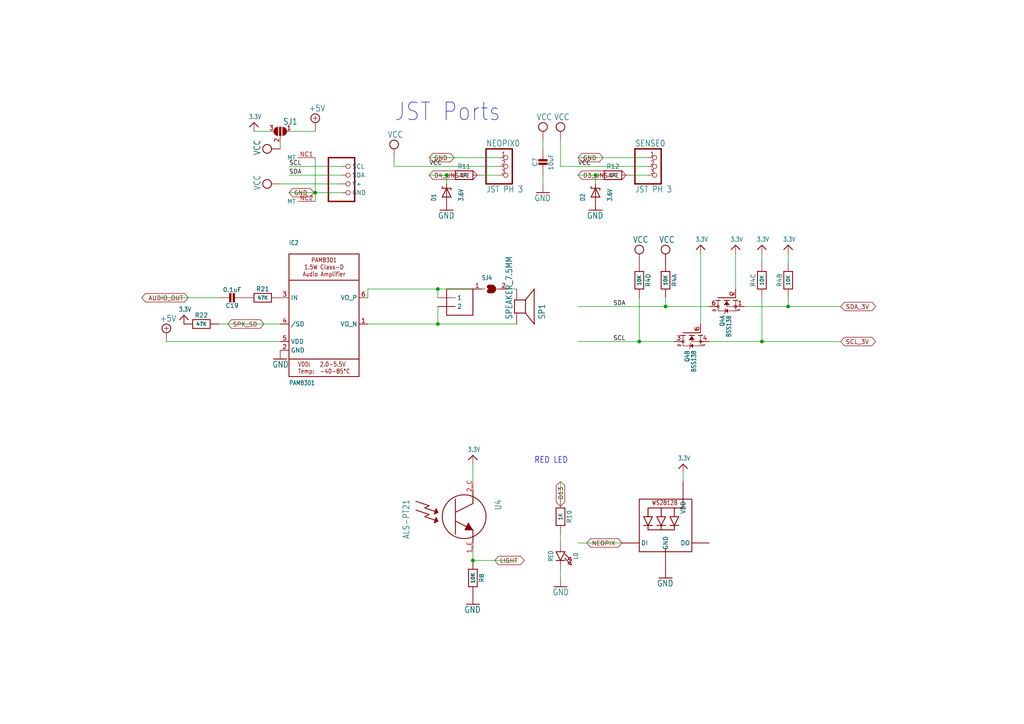
<source format=kicad_sch>
(kicad_sch (version 20230121) (generator eeschema)
  (paper "A4")
  (lib_symbols
    (symbol "working-eagle-import:+5V" (power)
      (property "Value" "+5V" (at -1.905 3.175 0))
      (symbol "+5V_1_0"
        (polyline (pts (xy -0.635 1.27) (xy 0.635 1.27)) (stroke (width 0.1524)))
        (polyline (pts (xy 0 0.635) (xy 0 1.905)) (stroke (width 0.1524)))
        (circle (center 0 1.27) (radius 1.27) (stroke (width 0.254)))
        (pin power_in line (at 0 -2.54 90) (length 2.54) (name "+5V") (number "1"))
      )
    )
    (symbol "working-eagle-import:3.3V" (power)
      (property "Value" "3.3V" (at -1.524 1.016 0))
      (symbol "3.3V_1_0"
        (polyline (pts (xy -1.27 -1.27) (xy 0 0)) (stroke (width 0.254)))
        (polyline (pts (xy 0 0) (xy 1.27 -1.27)) (stroke (width 0.254)))
        (pin power_in line (at 0 -2.54 90) (length 2.54) (name "3.3V") (number "1"))
      )
    )
    (symbol "working-eagle-import:CAP_CERAMIC0603_NO"
      (property "Reference" "C" (at -2.29 1.25 90))
      (symbol "CAP_CERAMIC0603_NO_1_0"
        (rectangle (start -1.27 0.508) (end 1.27 1.016) (fill (type outline)))
        (rectangle (start -1.27 1.524) (end 1.27 2.032) (fill (type outline)))
        (polyline (pts (xy 0 0.762) (xy 0 0)) (stroke (width 0.1524)))
        (polyline (pts (xy 0 2.54) (xy 0 1.778)) (stroke (width 0.1524)))
        (pin passive line (at 0 5.08 270) (length 2.54) (name "1") (number "1"))
        (pin passive line (at 0 -2.54 90) (length 2.54) (name "2") (number "2"))
      )
    )
    (symbol "working-eagle-import:CAP_CERAMIC0805-NOOUTLINE"
      (property "Reference" "C" (at -2.29 1.25 90))
      (symbol "CAP_CERAMIC0805-NOOUTLINE_1_0"
        (rectangle (start -1.27 0.508) (end 1.27 1.016) (fill (type outline)))
        (rectangle (start -1.27 1.524) (end 1.27 2.032) (fill (type outline)))
        (polyline (pts (xy 0 0.762) (xy 0 0)) (stroke (width 0.1524)))
        (polyline (pts (xy 0 2.54) (xy 0 1.778)) (stroke (width 0.1524)))
        (pin passive line (at 0 5.08 270) (length 2.54) (name "1") (number "1"))
        (pin passive line (at 0 -2.54 90) (length 2.54) (name "2") (number "2"))
      )
    )
    (symbol "working-eagle-import:CON_JST_PH_3PIN"
      (property "Reference" "X" (at -6.35 5.715 0))
      (symbol "CON_JST_PH_3PIN_1_0"
        (polyline (pts (xy -6.35 -5.08) (xy 1.27 -5.08)) (stroke (width 0.4064)))
        (polyline (pts (xy -6.35 5.08) (xy -6.35 -5.08)) (stroke (width 0.4064)))
        (polyline (pts (xy 1.27 -5.08) (xy 1.27 5.08)) (stroke (width 0.4064)))
        (polyline (pts (xy 1.27 5.08) (xy -6.35 5.08)) (stroke (width 0.4064)))
        (pin passive inverted (at -2.54 2.54 0) (length 2.54) (name "1") (number "1"))
        (pin passive inverted (at -2.54 0 0) (length 2.54) (name "2") (number "2"))
        (pin passive inverted (at -2.54 -2.54 0) (length 2.54) (name "3") (number "3"))
      )
    )
    (symbol "working-eagle-import:CON_MOLEX_2P"
      (symbol "CON_MOLEX_2P_1_0"
        (polyline (pts (xy -2.54 -2.54) (xy 5.08 -2.54)) (stroke (width 0.254)))
        (polyline (pts (xy -2.54 5.08) (xy -2.54 -2.54)) (stroke (width 0.254)))
        (polyline (pts (xy 5.08 -2.54) (xy 5.08 5.08)) (stroke (width 0.254)))
        (polyline (pts (xy 5.08 5.08) (xy -2.54 5.08)) (stroke (width 0.254)))
        (pin passive line (at -5.08 2.54 0) (length 5.08) (name "1") (number "1"))
        (pin passive line (at -5.08 0 0) (length 5.08) (name "2") (number "2"))
      )
      (symbol "CON_MOLEX_2P_2_0"
        (pin bidirectional line (at 0 0 0) (length 5.08) (name "MT") (number "M1"))
      )
      (symbol "CON_MOLEX_2P_3_0"
        (pin bidirectional line (at 0 0 0) (length 5.08) (name "MT") (number "M2"))
      )
    )
    (symbol "working-eagle-import:DIODE-ZENERSOD323"
      (property "Reference" "D" (at -2.54 3.0226 0))
      (symbol "DIODE-ZENERSOD323_1_0"
        (polyline (pts (xy -1.27 -1.27) (xy 1.27 0)) (stroke (width 0.254)))
        (polyline (pts (xy -1.27 1.27) (xy -1.27 -1.27)) (stroke (width 0.254)))
        (polyline (pts (xy 1.27 -1.27) (xy 0.762 -1.27)) (stroke (width 0.254)))
        (polyline (pts (xy 1.27 0) (xy -1.27 1.27)) (stroke (width 0.254)))
        (polyline (pts (xy 1.27 0) (xy 1.27 -1.27)) (stroke (width 0.254)))
        (polyline (pts (xy 1.27 1.27) (xy 1.27 0)) (stroke (width 0.254)))
        (polyline (pts (xy 1.27 1.27) (xy 1.778 1.27)) (stroke (width 0.254)))
        (pin passive line (at -2.54 0 0) (length 2.54) (name "A") (number "A"))
        (pin passive line (at 2.54 0 180) (length 2.54) (name "C") (number "C"))
      )
    )
    (symbol "working-eagle-import:LED0805_NOOUTLINE"
      (property "Reference" "D" (at -1.27 4.445 0))
      (symbol "LED0805_NOOUTLINE_1_0"
        (polyline (pts (xy -2.54 -1.27) (xy 0 0)) (stroke (width 0.254)))
        (polyline (pts (xy -2.54 1.27) (xy -2.54 -1.27)) (stroke (width 0.254)))
        (polyline (pts (xy -1.905 1.27) (xy -0.635 2.54)) (stroke (width 0.254)))
        (polyline (pts (xy -0.9525 2.8575) (xy -0.3175 2.2225)) (stroke (width 0.254)))
        (polyline (pts (xy -0.635 1.27) (xy 0.635 2.54)) (stroke (width 0.254)))
        (polyline (pts (xy -0.3175 2.2225) (xy 0 3.175)) (stroke (width 0.254)))
        (polyline (pts (xy 0 0) (xy -2.54 1.27)) (stroke (width 0.254)))
        (polyline (pts (xy 0 0) (xy 0 -1.27)) (stroke (width 0.254)))
        (polyline (pts (xy 0 1.27) (xy 0 0)) (stroke (width 0.254)))
        (polyline (pts (xy 0 3.175) (xy -0.9525 2.8575)) (stroke (width 0.254)))
        (polyline (pts (xy 0.3175 2.8575) (xy 0.9525 2.2225)) (stroke (width 0.254)))
        (polyline (pts (xy 0.9525 2.2225) (xy 1.27 3.175)) (stroke (width 0.254)))
        (polyline (pts (xy 1.27 3.175) (xy 0.3175 2.8575)) (stroke (width 0.254)))
        (pin passive line (at -5.08 0 0) (length 2.54) (name "A") (number "A"))
        (pin passive line (at 2.54 0 180) (length 2.54) (name "C") (number "C"))
      )
    )
    (symbol "working-eagle-import:MOSFET-N_DUAL"
      (property "Reference" "Q" (at 5.08 0.635 0))
      (symbol "MOSFET-N_DUAL_1_0"
        (polyline (pts (xy 0 2.54) (xy 0 -2.54)) (stroke (width 0.254)))
        (polyline (pts (xy 0.762 -2.54) (xy 0.762 -3.175)) (stroke (width 0.254)))
        (polyline (pts (xy 0.762 -1.905) (xy 0.762 -2.54)) (stroke (width 0.254)))
        (polyline (pts (xy 0.762 0) (xy 0.762 -0.762)) (stroke (width 0.254)))
        (polyline (pts (xy 0.762 0) (xy 2.54 0)) (stroke (width 0.1524)))
        (polyline (pts (xy 0.762 0.762) (xy 0.762 0)) (stroke (width 0.254)))
        (polyline (pts (xy 0.762 2.54) (xy 0.762 1.905)) (stroke (width 0.254)))
        (polyline (pts (xy 0.762 2.54) (xy 3.81 2.54)) (stroke (width 0.1524)))
        (polyline (pts (xy 0.762 3.175) (xy 0.762 2.54)) (stroke (width 0.254)))
        (polyline (pts (xy 2.54 -2.54) (xy 0.762 -2.54)) (stroke (width 0.1524)))
        (polyline (pts (xy 2.54 -2.54) (xy 3.81 -2.54)) (stroke (width 0.1524)))
        (polyline (pts (xy 2.54 0) (xy 2.54 -2.54)) (stroke (width 0.1524)))
        (polyline (pts (xy 3.302 0.508) (xy 3.048 0.254)) (stroke (width 0.1524)))
        (polyline (pts (xy 3.81 0.508) (xy 3.302 0.508)) (stroke (width 0.1524)))
        (polyline (pts (xy 3.81 0.508) (xy 3.81 -2.54)) (stroke (width 0.1524)))
        (polyline (pts (xy 3.81 2.54) (xy 3.81 0.508)) (stroke (width 0.1524)))
        (polyline (pts (xy 4.318 0.508) (xy 3.81 0.508)) (stroke (width 0.1524)))
        (polyline (pts (xy 4.572 0.762) (xy 4.318 0.508)) (stroke (width 0.1524)))
        (polyline (pts (xy 1.016 0) (xy 2.032 0.762) (xy 2.032 -0.762)) (stroke (width 0.1524)) (fill (type outline)))
        (polyline (pts (xy 3.81 0.508) (xy 3.302 -0.254) (xy 4.318 -0.254)) (stroke (width 0.1524)) (fill (type outline)))
        (circle (center 2.54 -2.54) (radius 0.3592))
        (circle (center 2.54 2.54) (radius 0.3592))
        (text "D" (at 3.175 3.175 0) (effects (font (size 0.8128 0.6908)) (justify left bottom)))
        (text "G" (at -1.27 -1.905 0) (effects (font (size 0.8128 0.6908)) (justify left bottom)))
        (text "S" (at 3.175 -3.81 0) (effects (font (size 0.8128 0.6908)) (justify left bottom)))
        (pin bidirectional line (at 2.54 -5.08 90) (length 2.54) (name "S") (number "1"))
        (pin bidirectional line (at -2.54 -2.54 0) (length 2.54) (name "G") (number "2"))
        (pin bidirectional line (at 2.54 5.08 270) (length 2.54) (name "D") (number "6"))
      )
      (symbol "MOSFET-N_DUAL_2_0"
        (polyline (pts (xy 0 2.54) (xy 0 -2.54)) (stroke (width 0.254)))
        (polyline (pts (xy 0.762 -2.54) (xy 0.762 -3.175)) (stroke (width 0.254)))
        (polyline (pts (xy 0.762 -1.905) (xy 0.762 -2.54)) (stroke (width 0.254)))
        (polyline (pts (xy 0.762 0) (xy 0.762 -0.762)) (stroke (width 0.254)))
        (polyline (pts (xy 0.762 0) (xy 2.54 0)) (stroke (width 0.1524)))
        (polyline (pts (xy 0.762 0.762) (xy 0.762 0)) (stroke (width 0.254)))
        (polyline (pts (xy 0.762 2.54) (xy 0.762 1.905)) (stroke (width 0.254)))
        (polyline (pts (xy 0.762 2.54) (xy 3.81 2.54)) (stroke (width 0.1524)))
        (polyline (pts (xy 0.762 3.175) (xy 0.762 2.54)) (stroke (width 0.254)))
        (polyline (pts (xy 2.54 -2.54) (xy 0.762 -2.54)) (stroke (width 0.1524)))
        (polyline (pts (xy 2.54 -2.54) (xy 3.81 -2.54)) (stroke (width 0.1524)))
        (polyline (pts (xy 2.54 0) (xy 2.54 -2.54)) (stroke (width 0.1524)))
        (polyline (pts (xy 3.302 0.508) (xy 3.048 0.254)) (stroke (width 0.1524)))
        (polyline (pts (xy 3.81 0.508) (xy 3.302 0.508)) (stroke (width 0.1524)))
        (polyline (pts (xy 3.81 0.508) (xy 3.81 -2.54)) (stroke (width 0.1524)))
        (polyline (pts (xy 3.81 2.54) (xy 3.81 0.508)) (stroke (width 0.1524)))
        (polyline (pts (xy 4.318 0.508) (xy 3.81 0.508)) (stroke (width 0.1524)))
        (polyline (pts (xy 4.572 0.762) (xy 4.318 0.508)) (stroke (width 0.1524)))
        (polyline (pts (xy 1.016 0) (xy 2.032 0.762) (xy 2.032 -0.762)) (stroke (width 0.1524)) (fill (type outline)))
        (polyline (pts (xy 3.81 0.508) (xy 3.302 -0.254) (xy 4.318 -0.254)) (stroke (width 0.1524)) (fill (type outline)))
        (circle (center 2.54 -2.54) (radius 0.3592))
        (circle (center 2.54 2.54) (radius 0.3592))
        (text "D" (at 3.175 3.175 0) (effects (font (size 0.8128 0.6908)) (justify left bottom)))
        (text "G" (at -1.27 -1.905 0) (effects (font (size 0.8128 0.6908)) (justify left bottom)))
        (text "S" (at 3.175 -3.81 0) (effects (font (size 0.8128 0.6908)) (justify left bottom)))
        (pin bidirectional line (at 2.54 5.08 270) (length 2.54) (name "D") (number "3"))
        (pin bidirectional line (at 2.54 -5.08 90) (length 2.54) (name "S") (number "4"))
        (pin bidirectional line (at -2.54 -2.54 0) (length 2.54) (name "G") (number "5"))
      )
    )
    (symbol "working-eagle-import:PAM8301"
      (property "Reference" "IC" (at -10.16 17.78 0))
      (symbol "PAM8301_1_0"
        (polyline (pts (xy -10.16 -20.32) (xy 10.16 -20.32)) (stroke (width 0.254)))
        (polyline (pts (xy -10.16 -15.24) (xy -10.16 -20.32)) (stroke (width 0.254)))
        (polyline (pts (xy -10.16 -15.24) (xy -10.16 7.62)) (stroke (width 0.254)))
        (polyline (pts (xy -10.16 7.62) (xy -10.16 15.24)) (stroke (width 0.254)))
        (polyline (pts (xy -10.16 7.62) (xy 10.16 7.62)) (stroke (width 0.254)))
        (polyline (pts (xy -10.16 15.24) (xy 10.16 15.24)) (stroke (width 0.254)))
        (polyline (pts (xy 10.16 -20.32) (xy 10.16 -15.24)) (stroke (width 0.254)))
        (polyline (pts (xy 10.16 -15.24) (xy -10.16 -15.24)) (stroke (width 0.254)))
        (polyline (pts (xy 10.16 7.62) (xy 10.16 -15.24)) (stroke (width 0.254)))
        (polyline (pts (xy 10.16 15.24) (xy 10.16 7.62)) (stroke (width 0.254)))
        (text "2.0-5.5V\n-40-85°C" (at -1.27 -17.78 0) (effects (font (size 1.27 1.0795)) (justify left)))
        (text "PAM8301\n1.5W Class-D\nAudio Amplifier" (at 0 11.43 0) (effects (font (size 1.27 1.0795))))
        (text "VDD:\nTemp:" (at -7.62 -17.78 0) (effects (font (size 1.27 1.0795)) (justify left)))
        (pin output line (at 12.7 -5.08 180) (length 2.54) (name "VO_N") (number "1"))
        (pin power_in line (at -12.7 -12.7 0) (length 2.54) (name "GND") (number "2"))
        (pin input line (at -12.7 2.54 0) (length 2.54) (name "IN") (number "3"))
        (pin input line (at -12.7 -5.08 0) (length 2.54) (name "/SD") (number "4"))
        (pin power_in line (at -12.7 -10.16 0) (length 2.54) (name "VDD") (number "5"))
        (pin output line (at 12.7 2.54 180) (length 2.54) (name "VO_P") (number "6"))
      )
    )
    (symbol "working-eagle-import:PHOTOTRANSISTOR_PT26-21C"
      (property "Reference" "U" (at 8.89 5.08 90))
      (symbol "PHOTOTRANSISTOR_PT26-21C_1_0"
        (polyline (pts (xy -13.97 1.905) (xy -10.16 0.635)) (stroke (width 0.254)))
        (polyline (pts (xy -13.97 4.445) (xy -10.16 3.175)) (stroke (width 0.254)))
        (polyline (pts (xy -11.43 0) (xy -7.62 -1.27)) (stroke (width 0.254)))
        (polyline (pts (xy -11.43 2.54) (xy -7.62 1.27)) (stroke (width 0.254)))
        (polyline (pts (xy -10.16 0.635) (xy -11.43 0)) (stroke (width 0.254)))
        (polyline (pts (xy -10.16 3.175) (xy -11.43 2.54)) (stroke (width 0.254)))
        (polyline (pts (xy -8.636 -1.778) (xy -8.128 -0.254)) (stroke (width 0.254)))
        (polyline (pts (xy -8.636 -1.778) (xy -7.874 -1.27)) (stroke (width 0.254)))
        (polyline (pts (xy -8.636 0.762) (xy -7.62 1.27)) (stroke (width 0.254)))
        (polyline (pts (xy -8.382 -1.524) (xy -8.128 -1.27)) (stroke (width 0.254)))
        (polyline (pts (xy -8.382 -1.27) (xy -8.128 -0.508)) (stroke (width 0.254)))
        (polyline (pts (xy -8.382 1.016) (xy -8.382 1.27)) (stroke (width 0.254)))
        (polyline (pts (xy -8.382 1.27) (xy -8.128 1.27)) (stroke (width 0.254)))
        (polyline (pts (xy -8.128 -1.27) (xy -8.382 -1.27)) (stroke (width 0.254)))
        (polyline (pts (xy -8.128 -1.016) (xy -7.874 -1.016)) (stroke (width 0.254)))
        (polyline (pts (xy -8.128 -0.762) (xy -8.128 -1.016)) (stroke (width 0.254)))
        (polyline (pts (xy -8.128 -0.508) (xy -8.128 -0.762)) (stroke (width 0.254)))
        (polyline (pts (xy -8.128 -0.254) (xy -7.62 -1.27)) (stroke (width 0.254)))
        (polyline (pts (xy -8.128 1.27) (xy -7.874 1.27)) (stroke (width 0.254)))
        (polyline (pts (xy -8.128 1.524) (xy -8.128 1.27)) (stroke (width 0.254)))
        (polyline (pts (xy -8.128 1.524) (xy -7.874 1.524)) (stroke (width 0.254)))
        (polyline (pts (xy -8.128 1.778) (xy -8.128 1.524)) (stroke (width 0.254)))
        (polyline (pts (xy -8.128 2.286) (xy -8.636 0.762)) (stroke (width 0.254)))
        (polyline (pts (xy -8.128 2.286) (xy -8.128 1.778)) (stroke (width 0.254)))
        (polyline (pts (xy -7.874 -1.27) (xy -8.382 -1.524)) (stroke (width 0.254)))
        (polyline (pts (xy -7.874 -1.016) (xy -8.128 -0.762)) (stroke (width 0.254)))
        (polyline (pts (xy -7.874 1.27) (xy -8.382 1.016)) (stroke (width 0.254)))
        (polyline (pts (xy -7.874 1.524) (xy -8.128 1.778)) (stroke (width 0.254)))
        (polyline (pts (xy -7.62 -1.27) (xy -8.636 -1.778)) (stroke (width 0.254)))
        (polyline (pts (xy -7.62 1.27) (xy -8.128 2.286)) (stroke (width 0.254)))
        (polyline (pts (xy -2.54 -1.27) (xy -2.54 -5.08)) (stroke (width 0.254)))
        (polyline (pts (xy -2.54 -1.27) (xy 2.54 -3.81)) (stroke (width 0.254)))
        (polyline (pts (xy -2.54 1.27) (xy -2.54 -1.27)) (stroke (width 0.254)))
        (polyline (pts (xy -2.54 5.08) (xy -2.54 1.27)) (stroke (width 0.254)))
        (polyline (pts (xy 2.54 -3.81) (xy 2.54 -7.62)) (stroke (width 0.254)))
        (polyline (pts (xy 2.54 3.81) (xy -2.54 1.27)) (stroke (width 0.254)))
        (polyline (pts (xy 2.54 7.62) (xy 2.54 3.81)) (stroke (width 0.254)))
        (polyline (pts (xy 1.27 -1.778) (xy 0.254 -3.81) (xy 2.54 -3.81)) (stroke (width 0.254)) (fill (type outline)))
        (circle (center 0 0) (radius 6.35) (stroke (width 0.254)))
        (pin bidirectional line (at 2.54 -10.16 90) (length 2.54) (name "E") (number "1_E"))
        (pin bidirectional line (at 2.54 10.16 270) (length 2.54) (name "C") (number "2_C"))
      )
    )
    (symbol "working-eagle-import:RESISTOR_0603_NOOUT"
      (property "Reference" "R" (at 0 2.54 0))
      (symbol "RESISTOR_0603_NOOUT_1_0"
        (polyline (pts (xy -2.54 -1.27) (xy -2.54 1.27)) (stroke (width 0.254)))
        (polyline (pts (xy -2.54 1.27) (xy 2.54 1.27)) (stroke (width 0.254)))
        (polyline (pts (xy 2.54 -1.27) (xy -2.54 -1.27)) (stroke (width 0.254)))
        (polyline (pts (xy 2.54 1.27) (xy 2.54 -1.27)) (stroke (width 0.254)))
        (pin passive line (at -5.08 0 0) (length 2.54) (name "1") (number "1"))
        (pin passive line (at 5.08 0 180) (length 2.54) (name "2") (number "2"))
      )
    )
    (symbol "working-eagle-import:RESISTOR_4PACK"
      (property "Reference" "R" (at 0 2.54 0))
      (symbol "RESISTOR_4PACK_1_0"
        (polyline (pts (xy -2.54 -1.27) (xy -2.54 1.27)) (stroke (width 0.254)))
        (polyline (pts (xy -2.54 1.27) (xy 2.54 1.27)) (stroke (width 0.254)))
        (polyline (pts (xy 2.54 -1.27) (xy -2.54 -1.27)) (stroke (width 0.254)))
        (polyline (pts (xy 2.54 1.27) (xy 2.54 -1.27)) (stroke (width 0.254)))
        (pin passive line (at -5.08 0 0) (length 2.54) (name "1") (number "1"))
        (pin passive line (at 5.08 0 180) (length 2.54) (name "2") (number "8"))
      )
      (symbol "RESISTOR_4PACK_2_0"
        (polyline (pts (xy -2.54 -1.27) (xy -2.54 1.27)) (stroke (width 0.254)))
        (polyline (pts (xy -2.54 1.27) (xy 2.54 1.27)) (stroke (width 0.254)))
        (polyline (pts (xy 2.54 -1.27) (xy -2.54 -1.27)) (stroke (width 0.254)))
        (polyline (pts (xy 2.54 1.27) (xy 2.54 -1.27)) (stroke (width 0.254)))
        (pin passive line (at -5.08 0 0) (length 2.54) (name "1") (number "2"))
        (pin passive line (at 5.08 0 180) (length 2.54) (name "2") (number "7"))
      )
      (symbol "RESISTOR_4PACK_3_0"
        (polyline (pts (xy -2.54 -1.27) (xy -2.54 1.27)) (stroke (width 0.254)))
        (polyline (pts (xy -2.54 1.27) (xy 2.54 1.27)) (stroke (width 0.254)))
        (polyline (pts (xy 2.54 -1.27) (xy -2.54 -1.27)) (stroke (width 0.254)))
        (polyline (pts (xy 2.54 1.27) (xy 2.54 -1.27)) (stroke (width 0.254)))
        (pin passive line (at -5.08 0 0) (length 2.54) (name "1") (number "3"))
        (pin passive line (at 5.08 0 180) (length 2.54) (name "2") (number "6"))
      )
      (symbol "RESISTOR_4PACK_4_0"
        (polyline (pts (xy -2.54 -1.27) (xy -2.54 1.27)) (stroke (width 0.254)))
        (polyline (pts (xy -2.54 1.27) (xy 2.54 1.27)) (stroke (width 0.254)))
        (polyline (pts (xy 2.54 -1.27) (xy -2.54 -1.27)) (stroke (width 0.254)))
        (polyline (pts (xy 2.54 1.27) (xy 2.54 -1.27)) (stroke (width 0.254)))
        (pin passive line (at -5.08 0 0) (length 2.54) (name "1") (number "4"))
        (pin passive line (at 5.08 0 180) (length 2.54) (name "2") (number "5"))
      )
    )
    (symbol "working-eagle-import:SOLDERJUMPERCLOSED"
      (property "Reference" "SJ" (at -2.54 2.54 0))
      (symbol "SOLDERJUMPERCLOSED_1_0"
        (arc (start -0.381 -0.635) (mid 0.2541 -0.0001) (end -0.3808 0.635) (stroke (width 1.27)))
        (polyline (pts (xy -2.54 0) (xy -1.651 0)) (stroke (width 0.1524)))
        (polyline (pts (xy 2.54 0) (xy 1.651 0)) (stroke (width 0.1524)))
        (arc (start 0.3808 -0.635) (mid 1.0132 -0.0001) (end 0.381 0.635) (stroke (width 1.27)))
        (pin passive line (at -5.08 0 0) (length 2.54) (name "1") (number "1"))
        (pin passive line (at 5.08 0 180) (length 2.54) (name "2") (number "2"))
      )
    )
    (symbol "working-eagle-import:SOLDERJUMPER_2WAY"
      (property "Reference" "SJ" (at -5.08 -3.81 0))
      (symbol "SOLDERJUMPER_2WAY_1_0"
        (arc (start -0.635 1.27) (mid -1.8995 0) (end -0.635 -1.27) (stroke (width 0.0001)) (fill (type outline)))
        (rectangle (start -0.254 -1.27) (end 0.254 1.27) (fill (type outline)))
        (polyline (pts (xy -2.54 0) (xy -1.651 0)) (stroke (width 0.1524)))
        (polyline (pts (xy 0 2.54) (xy 0 0.381)) (stroke (width 0.1524)))
        (polyline (pts (xy 2.54 0) (xy 1.651 0)) (stroke (width 0.1524)))
        (arc (start 0.635 -1.27) (mid 1.8995 0) (end 0.635 1.27) (stroke (width 0.0001)) (fill (type outline)))
        (pin passive line (at -2.54 0 0) (length 0) (name "1") (number "1"))
        (pin passive line (at 0 2.54 270) (length 0) (name "2") (number "2"))
        (pin passive line (at 2.54 0 180) (length 0) (name "3") (number "3"))
      )
    )
    (symbol "working-eagle-import:SPEAKER_7.5MM"
      (property "Reference" "SP" (at -3.81 6.35 0))
      (symbol "SPEAKER_7.5MM_1_0"
        (polyline (pts (xy -2.54 0) (xy -1.905 0)) (stroke (width 0.1524)))
        (polyline (pts (xy -1.905 -0.635) (xy -1.905 0)) (stroke (width 0.254)))
        (polyline (pts (xy -1.905 -0.635) (xy 1.905 -0.635)) (stroke (width 0.254)))
        (polyline (pts (xy -1.905 0) (xy -1.905 2.54)) (stroke (width 0.254)))
        (polyline (pts (xy -1.905 2.54) (xy -5.08 5.08)) (stroke (width 0.254)))
        (polyline (pts (xy 1.905 -0.635) (xy 1.905 0)) (stroke (width 0.254)))
        (polyline (pts (xy 1.905 0) (xy 1.905 2.54)) (stroke (width 0.254)))
        (polyline (pts (xy 1.905 2.54) (xy -1.905 2.54)) (stroke (width 0.254)))
        (polyline (pts (xy 1.905 2.54) (xy 5.08 5.08)) (stroke (width 0.254)))
        (polyline (pts (xy 2.54 0) (xy 1.905 0)) (stroke (width 0.1524)))
        (polyline (pts (xy 5.08 5.08) (xy -5.08 5.08)) (stroke (width 0.254)))
        (pin passive line (at -5.08 0 0) (length 2.54) (name "+") (number "+"))
        (pin passive line (at 5.08 0 180) (length 2.54) (name "-") (number "-"))
      )
    )
    (symbol "working-eagle-import:STEMMA_I2C_RASMT"
      (symbol "STEMMA_I2C_RASMT_1_0"
        (polyline (pts (xy -3.81 -5.08) (xy 3.81 -5.08)) (stroke (width 0.4064)))
        (polyline (pts (xy -3.81 7.62) (xy -3.81 -5.08)) (stroke (width 0.4064)))
        (polyline (pts (xy 3.81 -5.08) (xy 3.81 7.62)) (stroke (width 0.4064)))
        (polyline (pts (xy 3.81 7.62) (xy -3.81 7.62)) (stroke (width 0.4064)))
        (pin passive inverted (at 0 5.08 0) (length 2.54) (name "GND") (number "1"))
        (pin passive inverted (at 0 2.54 0) (length 2.54) (name "V+") (number "2"))
        (pin passive inverted (at 0 0 0) (length 2.54) (name "SDA") (number "3"))
        (pin passive inverted (at 0 -2.54 0) (length 2.54) (name "SCL") (number "4"))
      )
      (symbol "STEMMA_I2C_RASMT_2_0"
        (pin bidirectional line (at 0 0 0) (length 5.08) (name "MT") (number "NC1"))
      )
      (symbol "STEMMA_I2C_RASMT_3_0"
        (pin bidirectional line (at 0 0 0) (length 5.08) (name "MT") (number "NC2"))
      )
    )
    (symbol "working-eagle-import:VCC" (power)
      (property "Value" "VCC" (at -1.905 3.175 0))
      (symbol "VCC_1_0"
        (circle (center 0 1.27) (radius 1.27) (stroke (width 0.254)))
        (pin power_in line (at 0 -2.54 90) (length 2.54) (name "VCC") (number "1"))
      )
    )
    (symbol "working-eagle-import:WS2812B3535"
      (symbol "WS2812B3535_1_0"
        (polyline (pts (xy -7.62 -5.08) (xy 0 -5.08)) (stroke (width 0.254)))
        (polyline (pts (xy -7.62 -2.54) (xy -7.62 -5.08)) (stroke (width 0.254)))
        (polyline (pts (xy -7.62 10.16) (xy -7.62 -2.54)) (stroke (width 0.254)))
        (polyline (pts (xy -6.35 2.54) (xy -5.08 2.54)) (stroke (width 0.254)))
        (polyline (pts (xy -6.35 5.08) (xy -5.08 5.08)) (stroke (width 0.254)))
        (polyline (pts (xy -5.08 2.54) (xy -6.35 5.08)) (stroke (width 0.254)))
        (polyline (pts (xy -5.08 2.54) (xy -5.08 1.27)) (stroke (width 0.254)))
        (polyline (pts (xy -5.08 2.54) (xy -3.81 5.08)) (stroke (width 0.254)))
        (polyline (pts (xy -5.08 5.08) (xy -3.81 5.08)) (stroke (width 0.254)))
        (polyline (pts (xy -5.08 7.62) (xy -5.08 5.08)) (stroke (width 0.254)))
        (polyline (pts (xy -3.81 2.54) (xy -5.08 2.54)) (stroke (width 0.254)))
        (polyline (pts (xy -2.54 2.54) (xy -1.27 2.54)) (stroke (width 0.254)))
        (polyline (pts (xy -2.54 5.08) (xy 0 5.08)) (stroke (width 0.254)))
        (polyline (pts (xy -1.27 1.27) (xy -5.08 1.27)) (stroke (width 0.254)))
        (polyline (pts (xy -1.27 2.54) (xy -2.54 5.08)) (stroke (width 0.254)))
        (polyline (pts (xy -1.27 2.54) (xy -1.27 1.27)) (stroke (width 0.254)))
        (polyline (pts (xy -1.27 2.54) (xy 0 2.54)) (stroke (width 0.254)))
        (polyline (pts (xy -1.27 5.08) (xy -1.27 7.62)) (stroke (width 0.254)))
        (polyline (pts (xy -1.27 7.62) (xy -5.08 7.62)) (stroke (width 0.254)))
        (polyline (pts (xy 0 -5.08) (xy 7.62 -5.08)) (stroke (width 0.254)))
        (polyline (pts (xy 0 -4.064) (xy 0 -5.08)) (stroke (width 0.254)))
        (polyline (pts (xy 0 5.08) (xy -1.27 2.54)) (stroke (width 0.254)))
        (polyline (pts (xy 1.27 5.08) (xy 2.54 2.54)) (stroke (width 0.254)))
        (polyline (pts (xy 1.27 5.08) (xy 2.54 5.08)) (stroke (width 0.254)))
        (polyline (pts (xy 2.54 1.27) (xy -1.27 1.27)) (stroke (width 0.254)))
        (polyline (pts (xy 2.54 2.54) (xy 1.27 2.54)) (stroke (width 0.254)))
        (polyline (pts (xy 2.54 2.54) (xy 2.54 1.27)) (stroke (width 0.254)))
        (polyline (pts (xy 2.54 2.54) (xy 3.81 2.54)) (stroke (width 0.254)))
        (polyline (pts (xy 2.54 2.54) (xy 3.81 5.08)) (stroke (width 0.254)))
        (polyline (pts (xy 2.54 5.08) (xy 2.54 7.62)) (stroke (width 0.254)))
        (polyline (pts (xy 2.54 7.62) (xy -1.27 7.62)) (stroke (width 0.254)))
        (polyline (pts (xy 2.54 7.62) (xy 5.08 7.62)) (stroke (width 0.254)))
        (polyline (pts (xy 3.81 5.08) (xy 2.54 5.08)) (stroke (width 0.254)))
        (polyline (pts (xy 5.08 10.16) (xy -7.62 10.16)) (stroke (width 0.254)))
        (polyline (pts (xy 5.08 10.16) (xy 5.08 7.62)) (stroke (width 0.254)))
        (polyline (pts (xy 7.62 -5.08) (xy 7.62 -2.54)) (stroke (width 0.254)))
        (polyline (pts (xy 7.62 -2.54) (xy 7.62 10.16)) (stroke (width 0.254)))
        (polyline (pts (xy 7.62 10.16) (xy 5.08 10.16)) (stroke (width 0.254)))
        (text "WS2812B" (at -4.064 8.382 0) (effects (font (size 1.27 1.0795)) (justify left bottom)))
        (pin input line (at -12.7 -2.54 0) (length 5.08) (name "DI") (number "1"))
        (pin power_in line (at 5.08 15.24 270) (length 5.08) (name "VDD") (number "2"))
        (pin output line (at 12.7 -2.54 180) (length 5.08) (name "DO") (number "3"))
        (pin power_in line (at 0 -10.16 90) (length 5.08) (name "GND") (number "4"))
      )
    )
    (symbol "working-eagle-import:supply1_GND" (power)
      (property "Value" "supply1_GND" (at -2.54 -2.54 0))
      (symbol "supply1_GND_1_0"
        (polyline (pts (xy -1.905 0) (xy 1.905 0)) (stroke (width 0.254)))
        (pin power_in line (at 0 2.54 270) (length 2.54) (name "GND") (number "1"))
      )
    )
  )
  (junction (at 220.98 99.06))
  (junction (at 129.54 50.8))
  (junction (at 127 83.82))
  (junction (at 172.72 50.8))
  (junction (at 193.04 88.9))
  (junction (at 91.44 55.88))
  (junction (at 137.16 162.56))
  (junction (at 185.42 99.06))
  (junction (at 127 93.98))
  (junction (at 228.6 88.9))
  (wire (pts (xy 220.98 86.36) (xy 220.98 99.06)) (stroke (width 0.1524)))
  (wire (pts (xy 144.78 50.8) (xy 139.7 50.8)) (stroke (width 0.1524)))
  (wire (pts (xy 91.44 45.72) (xy 91.44 55.88)) (stroke (width 0.1524)))
  (wire (pts (xy 162.56 165.1) (xy 162.56 167.64)) (stroke (width 0.1524)))
  (wire (pts (xy 106.68 86.36) (xy 106.68 83.82)) (stroke (width 0.1524)))
  (wire (pts (xy 215.9 88.9) (xy 228.6 88.9)) (stroke (width 0.1524)))
  (wire (pts (xy 129.54 50.8) (xy 129.54 53.34)) (stroke (width 0.1524)))
  (wire (pts (xy 137.16 139.7) (xy 137.16 134.62)) (stroke (width 0.1524)))
  (wire (pts (xy 185.42 99.06) (xy 167.64 99.06)) (stroke (width 0.1524)))
  (wire (pts (xy 147.32 83.82) (xy 149.86 83.82)) (stroke (width 0.1524)))
  (wire (pts (xy 187.96 45.72) (xy 167.64 45.72)) (stroke (width 0.1524)))
  (wire (pts (xy 185.42 86.36) (xy 185.42 99.06)) (stroke (width 0.1524)))
  (wire (pts (xy 220.98 76.2) (xy 220.98 73.66)) (stroke (width 0.1524)))
  (wire (pts (xy 127 93.98) (xy 127 88.9)) (stroke (width 0.1524)))
  (wire (pts (xy 205.74 99.06) (xy 220.98 99.06)) (stroke (width 0.1524)))
  (wire (pts (xy 129.54 50.8) (xy 124.46 50.8)) (stroke (width 0.1524)))
  (wire (pts (xy 162.56 154.94) (xy 162.56 157.48)) (stroke (width 0.1524)))
  (wire (pts (xy 91.44 55.88) (xy 83.82 55.88)) (stroke (width 0.1524)))
  (wire (pts (xy 106.68 83.82) (xy 127 83.82)) (stroke (width 0.1524)))
  (wire (pts (xy 137.16 162.56) (xy 149.86 162.56)) (stroke (width 0.1524)))
  (wire (pts (xy 127 83.82) (xy 137.16 83.82)) (stroke (width 0.1524)))
  (wire (pts (xy 162.56 48.26) (xy 162.56 40.64)) (stroke (width 0.1524)))
  (wire (pts (xy 99.06 50.8) (xy 83.82 50.8)) (stroke (width 0.1524)))
  (wire (pts (xy 114.3 48.26) (xy 114.3 45.72)) (stroke (width 0.1524)))
  (wire (pts (xy 99.06 48.26) (xy 83.82 48.26)) (stroke (width 0.1524)))
  (wire (pts (xy 193.04 86.36) (xy 193.04 88.9)) (stroke (width 0.1524)))
  (wire (pts (xy 99.06 55.88) (xy 91.44 55.88)) (stroke (width 0.1524)))
  (wire (pts (xy 114.3 48.26) (xy 144.78 48.26)) (stroke (width 0.1524)))
  (wire (pts (xy 81.28 43.18) (xy 81.28 40.64)) (stroke (width 0.1524)))
  (wire (pts (xy 91.44 58.42) (xy 91.44 55.88)) (stroke (width 0.1524)))
  (wire (pts (xy 144.78 45.72) (xy 124.46 45.72)) (stroke (width 0.1524)))
  (wire (pts (xy 193.04 88.9) (xy 167.64 88.9)) (stroke (width 0.1524)))
  (wire (pts (xy 127 93.98) (xy 149.86 93.98)) (stroke (width 0.1524)))
  (wire (pts (xy 162.56 48.26) (xy 187.96 48.26)) (stroke (width 0.1524)))
  (wire (pts (xy 137.16 162.56) (xy 137.16 160.02)) (stroke (width 0.1524)))
  (wire (pts (xy 172.72 50.8) (xy 167.64 50.8)) (stroke (width 0.1524)))
  (wire (pts (xy 180.34 157.48) (xy 167.64 157.48)) (stroke (width 0.1524)))
  (wire (pts (xy 187.96 50.8) (xy 182.88 50.8)) (stroke (width 0.1524)))
  (wire (pts (xy 195.58 99.06) (xy 185.42 99.06)) (stroke (width 0.1524)))
  (wire (pts (xy 203.2 93.98) (xy 203.2 73.66)) (stroke (width 0.1524)))
  (wire (pts (xy 83.82 38.1) (xy 91.44 38.1)) (stroke (width 0.1524)))
  (wire (pts (xy 81.28 93.98) (xy 63.5 93.98)) (stroke (width 0.1524)))
  (wire (pts (xy 172.72 53.34) (xy 172.72 50.8)) (stroke (width 0.1524)))
  (wire (pts (xy 157.48 53.34) (xy 157.48 50.8)) (stroke (width 0.1524)))
  (wire (pts (xy 106.68 93.98) (xy 127 93.98)) (stroke (width 0.1524)))
  (wire (pts (xy 228.6 86.36) (xy 228.6 88.9)) (stroke (width 0.1524)))
  (wire (pts (xy 198.12 137.16) (xy 198.12 139.7)) (stroke (width 0.1524)))
  (wire (pts (xy 127 83.82) (xy 127 86.36)) (stroke (width 0.1524)))
  (wire (pts (xy 205.74 88.9) (xy 193.04 88.9)) (stroke (width 0.1524)))
  (wire (pts (xy 81.28 99.06) (xy 48.26 99.06)) (stroke (width 0.1524)))
  (wire (pts (xy 63.5 86.36) (xy 45.72 86.36)) (stroke (width 0.1524)))
  (wire (pts (xy 99.06 53.34) (xy 81.28 53.34)) (stroke (width 0.1524)))
  (wire (pts (xy 162.56 144.78) (xy 162.56 139.7)) (stroke (width 0.1524)))
  (wire (pts (xy 228.6 76.2) (xy 228.6 73.66)) (stroke (width 0.1524)))
  (wire (pts (xy 78.74 38.1) (xy 73.66 38.1)) (stroke (width 0.1524)))
  (wire (pts (xy 213.36 83.82) (xy 213.36 73.66)) (stroke (width 0.1524)))
  (wire (pts (xy 228.6 88.9) (xy 243.84 88.9)) (stroke (width 0.1524)))
  (wire (pts (xy 157.48 43.18) (xy 157.48 40.64)) (stroke (width 0.1524)))
  (wire (pts (xy 220.98 99.06) (xy 243.84 99.06)) (stroke (width 0.1524)))
  (text "JST Ports" (at 114.3 35.56 0) (effects (font (size 5.08 4.318)) (justify left bottom)))
  (text "RED LED" (at 154.94 134.62 0) (effects (font (size 1.778 1.5113)) (justify left bottom)))
  (label "VCC" (at 124.46 48.26 0) (effects (font (size 1.2446 1.2446))))
  (label "SDA" (at 83.82 50.8 0) (effects (font (size 1.2446 1.2446))))
  (label "SCL" (at 83.82 48.26 0) (effects (font (size 1.2446 1.2446))))
  (label "VCC" (at 167.64 48.26 0) (effects (font (size 1.2446 1.2446))))
  (label "SCL" (at 177.8 99.06 0) (effects (font (size 1.2446 1.2446))))
  (label "SDA" (at 177.8 88.9 0) (effects (font (size 1.2446 1.2446))))
  (global_label "D3_UNSAFE" (shape bidirectional) (at 167.64 50.8 0) (effects (font (size 1.2446 1.2446))) (property "Intersheetrefs" "${INTERSHEET_REFS}" (effects hide)))
  (global_label "GND" (shape bidirectional) (at 124.46 45.72 0) (effects (font (size 1.2446 1.2446))) (property "Intersheetrefs" "${INTERSHEET_REFS}" (effects hide)))
  (global_label "D4_UNSAFE" (shape bidirectional) (at 124.46 50.8 0) (effects (font (size 1.2446 1.2446))) (property "Intersheetrefs" "${INTERSHEET_REFS}" (effects hide)))
  (global_label "SDA_3V" (shape bidirectional) (at 243.84 88.9 0) (effects (font (size 1.2446 1.2446))) (property "Intersheetrefs" "${INTERSHEET_REFS}" (effects hide)))
  (global_label "GND" (shape bidirectional) (at 167.64 45.72 0) (effects (font (size 1.2446 1.2446))) (property "Intersheetrefs" "${INTERSHEET_REFS}" (effects hide)))
  (global_label "D13" (shape bidirectional) (at 162.56 139.7 270) (effects (font (size 1.2446 1.2446))) (property "Intersheetrefs" "${INTERSHEET_REFS}" (effects hide)))
  (global_label "AUDIO_OUT" (shape bidirectional) (at 54.61 86.36 180) (effects (font (size 1.2446 1.2446))) (property "Intersheetrefs" "${INTERSHEET_REFS}" (effects hide)))
  (global_label "GND" (shape bidirectional) (at 83.82 55.88 0) (effects (font (size 1.2446 1.2446))) (property "Intersheetrefs" "${INTERSHEET_REFS}" (effects hide)))
  (global_label "LIGHT" (shape bidirectional) (at 143.51 162.56 0) (effects (font (size 1.2446 1.2446))) (property "Intersheetrefs" "${INTERSHEET_REFS}" (effects hide)))
  (global_label "SPK_SD" (shape bidirectional) (at 66.04 93.98 0) (effects (font (size 1.2446 1.2446))) (property "Intersheetrefs" "${INTERSHEET_REFS}" (effects hide)))
  (global_label "SCL_3V" (shape bidirectional) (at 243.84 99.06 0) (effects (font (size 1.2446 1.2446))) (property "Intersheetrefs" "${INTERSHEET_REFS}" (effects hide)))
  (global_label "NEOPIX" (shape bidirectional) (at 170.18 157.48 0) (effects (font (size 1.2446 1.2446))) (property "Intersheetrefs" "${INTERSHEET_REFS}" (effects hide)))
  (symbol (lib_id "working-eagle-import:3.3V") (at 137.16 132.08 0) (unit 1)
    (property "Reference" "#U$35" (effects hide))
    (property "Value" "3.3V" (at 135.636 131.064 0) (effects (font (size 1.27 1.0795)) (justify left bottom)))
  )
  (symbol (lib_id "working-eagle-import:3.3V") (at 53.34 91.44 0) (unit 1)
    (property "Reference" "#U$53" (effects hide))
    (property "Value" "3.3V" (at 51.816 90.424 0) (effects (font (size 1.27 1.0795)) (justify left bottom)))
  )
  (symbol (lib_id "working-eagle-import:RESISTOR_0603_NOOUT") (at 76.2 86.36 0) (unit 1)
    (property "Reference" "R21" (at 76.2 83.82 0))
    (property "Value" "47K" (at 76.2 86.36 0) (effects (font (size 1.016 1.016) bold)))
    (property "Footprint" "working:0603-NO" (effects hide))
  )
  (symbol (lib_id "working-eagle-import:PAM8301") (at 93.98 88.9 0) (unit 1)
    (property "Reference" "IC2" (at 83.82 71.12 0) (effects (font (size 1.27 1.0795)) (justify left bottom)))
    (property "Value" "PAM8301" (at 83.82 111.76 0) (effects (font (size 1.27 1.0795)) (justify left bottom)))
    (property "Footprint" "working:SOT23-6" (effects hide))
  )
  (symbol (lib_id "working-eagle-import:+5V") (at 48.26 96.52 0) (unit 1)
    (property "Reference" "#SUPPLY9" (effects hide))
    (property "Value" "+5V" (at 46.355 93.345 0) (effects (font (size 1.778 1.5113)) (justify left bottom)))
  )
  (symbol (lib_id "working-eagle-import:CON_JST_PH_3PIN") (at 190.5 48.26 0) (unit 1)
    (property "Reference" "SENSE0" (at 184.15 42.545 0) (effects (font (size 1.778 1.5113)) (justify left bottom)))
    (property "Value" "JST PH 3" (at 184.15 55.88 0) (effects (font (size 1.778 1.5113)) (justify left bottom)))
    (property "Footprint" "working:JSTPH3" (effects hide))
  )
  (symbol (lib_id "working-eagle-import:CAP_CERAMIC0603_NO") (at 68.58 86.36 90) (unit 1)
    (property "Reference" "C19" (at 67.33 88.65 90))
    (property "Value" "0.1uF" (at 67.33 84.06 90))
    (property "Footprint" "working:0603-NO" (effects hide))
  )
  (symbol (lib_id "working-eagle-import:DIODE-ZENERSOD323") (at 172.72 55.88 90) (unit 1)
    (property "Reference" "D2" (at 169.6974 58.42 0) (effects (font (size 1.27 1.0795)) (justify left bottom)))
    (property "Value" "3.6V" (at 177.5714 58.42 0) (effects (font (size 1.27 1.0795)) (justify left bottom)))
    (property "Footprint" "working:SOD-323" (effects hide))
  )
  (symbol (lib_id "working-eagle-import:VCC") (at 78.74 43.18 90) (unit 1)
    (property "Reference" "#SUPPLY4" (effects hide))
    (property "Value" "VCC" (at 75.565 45.085 0) (effects (font (size 1.778 1.5113)) (justify left bottom)))
  )
  (symbol (lib_id "working-eagle-import:VCC") (at 185.42 73.66 0) (unit 1)
    (property "Reference" "#SUPPLY10" (effects hide))
    (property "Value" "VCC" (at 183.515 70.485 0) (effects (font (size 1.778 1.5113)) (justify left bottom)))
  )
  (symbol (lib_id "working-eagle-import:VCC") (at 162.56 38.1 0) (unit 1)
    (property "Reference" "#SUPPLY1" (effects hide))
    (property "Value" "VCC" (at 160.655 34.925 0) (effects (font (size 1.778 1.5113)) (justify left bottom)))
  )
  (symbol (lib_id "working-eagle-import:CON_JST_PH_3PIN") (at 147.32 48.26 0) (unit 1)
    (property "Reference" "NEOPIX0" (at 140.97 42.545 0) (effects (font (size 1.778 1.5113)) (justify left bottom)))
    (property "Value" "JST PH 3" (at 140.97 55.88 0) (effects (font (size 1.778 1.5113)) (justify left bottom)))
    (property "Footprint" "working:JSTPH3" (effects hide))
  )
  (symbol (lib_id "working-eagle-import:RESISTOR_0603_NOOUT") (at 177.8 50.8 0) (mirror y) (unit 1)
    (property "Reference" "R12" (at 177.8 48.26 0))
    (property "Value" "1K" (at 177.8 50.8 0) (effects (font (size 1.016 1.016) bold)))
    (property "Footprint" "working:0603-NO" (effects hide))
  )
  (symbol (lib_id "working-eagle-import:CON_MOLEX_2P") (at 132.08 88.9 0) (unit 1)
    (property "Reference" "CON1" (effects hide))
    (property "Value" "CON_MOLEX_2P" (effects hide))
    (property "Footprint" "working:53398-0271" (effects hide))
  )
  (symbol (lib_id "working-eagle-import:STEMMA_I2C_RASMT") (at 91.44 45.72 180) (unit 2)
    (property "Reference" "I2C0" (effects hide))
    (property "Value" "STEMMA_I2C_RASMT" (effects hide))
    (property "Footprint" "working:JSTPH4" (effects hide))
  )
  (symbol (lib_id "working-eagle-import:RESISTOR_4PACK") (at 193.04 81.28 270) (unit 1)
    (property "Reference" "R4" (at 195.58 81.28 0))
    (property "Value" "10K" (at 193.04 81.28 0) (effects (font (size 1.016 1.016) bold)))
    (property "Footprint" "working:RESPACK_4X0603" (effects hide))
  )
  (symbol (lib_id "working-eagle-import:VCC") (at 193.04 73.66 0) (unit 1)
    (property "Reference" "#SUPPLY11" (effects hide))
    (property "Value" "VCC" (at 191.135 70.485 0) (effects (font (size 1.778 1.5113)) (justify left bottom)))
  )
  (symbol (lib_id "working-eagle-import:3.3V") (at 228.6 71.12 0) (unit 1)
    (property "Reference" "#U$46" (effects hide))
    (property "Value" "3.3V" (at 227.076 70.104 0) (effects (font (size 1.27 1.0795)) (justify left bottom)))
  )
  (symbol (lib_id "working-eagle-import:3.3V") (at 73.66 35.56 0) (unit 1)
    (property "Reference" "#U$33" (effects hide))
    (property "Value" "3.3V" (at 72.136 34.544 0) (effects (font (size 1.27 1.0795)) (justify left bottom)))
  )
  (symbol (lib_id "working-eagle-import:RESISTOR_0603_NOOUT") (at 137.16 167.64 270) (mirror x) (unit 1)
    (property "Reference" "R8" (at 139.7 167.64 0))
    (property "Value" "10K" (at 137.16 167.64 0) (effects (font (size 1.016 1.016) bold)))
    (property "Footprint" "working:0603-NO" (effects hide))
  )
  (symbol (lib_id "working-eagle-import:SOLDERJUMPER_2WAY") (at 81.28 38.1 180) (unit 1)
    (property "Reference" "SJ1" (at 86.36 34.29 0) (effects (font (size 1.778 1.5113)) (justify left bottom)))
    (property "Value" "SOLDERJUMPER_2WAY" (effects hide))
    (property "Footprint" "working:SOLDERJUMPER_2WAY_OPEN_NOPASTE" (effects hide))
  )
  (symbol (lib_id "working-eagle-import:3.3V") (at 220.98 71.12 0) (unit 1)
    (property "Reference" "#U$45" (effects hide))
    (property "Value" "3.3V" (at 219.456 70.104 0) (effects (font (size 1.27 1.0795)) (justify left bottom)))
  )
  (symbol (lib_id "working-eagle-import:RESISTOR_4PACK") (at 185.42 81.28 270) (unit 4)
    (property "Reference" "R4" (at 187.96 81.28 0))
    (property "Value" "10K" (at 185.42 81.28 0) (effects (font (size 1.016 1.016) bold)))
    (property "Footprint" "working:RESPACK_4X0603" (effects hide))
  )
  (symbol (lib_id "working-eagle-import:+5V") (at 91.44 35.56 0) (unit 1)
    (property "Reference" "#SUPPLY7" (effects hide))
    (property "Value" "+5V" (at 89.535 32.385 0) (effects (font (size 1.778 1.5113)) (justify left bottom)))
  )
  (symbol (lib_id "working-eagle-import:SOLDERJUMPERCLOSED") (at 142.24 83.82 0) (unit 1)
    (property "Reference" "SJ4" (at 139.7 81.28 0) (effects (font (size 1.27 1.0795)) (justify left bottom)))
    (property "Value" "SOLDERJUMPERCLOSED" (effects hide))
    (property "Footprint" "working:SOLDERJUMPER_CLOSEDWIRE" (effects hide))
  )
  (symbol (lib_id "working-eagle-import:RESISTOR_0603_NOOUT") (at 58.42 93.98 0) (unit 1)
    (property "Reference" "R22" (at 58.42 91.44 0))
    (property "Value" "47K" (at 58.42 93.98 0) (effects (font (size 1.016 1.016) bold)))
    (property "Footprint" "working:0603-NO" (effects hide))
  )
  (symbol (lib_id "working-eagle-import:MOSFET-N_DUAL") (at 200.66 96.52 90) (mirror x) (unit 2)
    (property "Reference" "Q4" (at 200.025 101.6 0) (effects (font (size 1.27 1.0795)) (justify left bottom)))
    (property "Value" "BSS138" (at 201.93 101.6 0) (effects (font (size 1.27 1.0795)) (justify left bottom)))
    (property "Footprint" "working:SOT363" (effects hide))
  )
  (symbol (lib_id "working-eagle-import:3.3V") (at 198.12 134.62 0) (unit 1)
    (property "Reference" "#U$34" (effects hide))
    (property "Value" "3.3V" (at 196.596 133.604 0) (effects (font (size 1.27 1.0795)) (justify left bottom)))
  )
  (symbol (lib_id "working-eagle-import:3.3V") (at 203.2 71.12 0) (unit 1)
    (property "Reference" "#U$24" (effects hide))
    (property "Value" "3.3V" (at 201.676 70.104 0) (effects (font (size 1.27 1.0795)) (justify left bottom)))
  )
  (symbol (lib_id "working-eagle-import:supply1_GND") (at 193.04 167.64 0) (unit 1)
    (property "Reference" "#GND15" (effects hide))
    (property "Value" "GND" (at 190.5 170.18 0) (effects (font (size 1.778 1.5113)) (justify left bottom)))
  )
  (symbol (lib_id "working-eagle-import:STEMMA_I2C_RASMT") (at 91.44 58.42 180) (unit 3)
    (property "Reference" "I2C0" (effects hide))
    (property "Value" "STEMMA_I2C_RASMT" (effects hide))
    (property "Footprint" "working:JSTPH4" (effects hide))
  )
  (symbol (lib_id "working-eagle-import:RESISTOR_4PACK") (at 228.6 81.28 90) (mirror x) (unit 2)
    (property "Reference" "R4" (at 226.06 81.28 0))
    (property "Value" "10K" (at 228.6 81.28 0) (effects (font (size 1.016 1.016) bold)))
    (property "Footprint" "working:RESPACK_4X0603" (effects hide))
  )
  (symbol (lib_id "working-eagle-import:supply1_GND") (at 172.72 60.96 0) (unit 1)
    (property "Reference" "#GND19" (effects hide))
    (property "Value" "GND" (at 170.18 63.5 0) (effects (font (size 1.778 1.5113)) (justify left bottom)))
  )
  (symbol (lib_id "working-eagle-import:RESISTOR_0603_NOOUT") (at 162.56 149.86 270) (unit 1)
    (property "Reference" "R10" (at 165.1 149.86 0))
    (property "Value" "1K" (at 162.56 149.86 0) (effects (font (size 1.016 1.016) bold)))
    (property "Footprint" "working:0603-NO" (effects hide))
  )
  (symbol (lib_id "working-eagle-import:supply1_GND") (at 157.48 55.88 0) (unit 1)
    (property "Reference" "#GND16" (effects hide))
    (property "Value" "GND" (at 154.94 58.42 0) (effects (font (size 1.778 1.5113)) (justify left bottom)))
  )
  (symbol (lib_id "working-eagle-import:LED0805_NOOUTLINE") (at 162.56 162.56 270) (unit 1)
    (property "Reference" "L0" (at 167.005 161.29 0) (effects (font (size 1.27 1.0795))))
    (property "Value" "RED" (at 159.766 161.29 0) (effects (font (size 1.27 1.0795))))
    (property "Footprint" "working:CHIPLED_0805_NOOUTLINE" (effects hide))
  )
  (symbol (lib_id "working-eagle-import:DIODE-ZENERSOD323") (at 129.54 55.88 90) (unit 1)
    (property "Reference" "D1" (at 126.5174 58.42 0) (effects (font (size 1.27 1.0795)) (justify left bottom)))
    (property "Value" "3.6V" (at 134.3914 58.42 0) (effects (font (size 1.27 1.0795)) (justify left bottom)))
    (property "Footprint" "working:SOD-323" (effects hide))
  )
  (symbol (lib_id "working-eagle-import:SPEAKER_7.5MM") (at 149.86 88.9 270) (mirror x) (unit 1)
    (property "Reference" "SP1" (at 156.21 92.71 0) (effects (font (size 1.778 1.5113)) (justify left bottom)))
    (property "Value" "SPEAKER_7.5MM" (at 146.685 92.71 0) (effects (font (size 1.778 1.5113)) (justify left bottom)))
    (property "Footprint" "working:BUZZER_SMT_7.5MM" (effects hide))
  )
  (symbol (lib_id "working-eagle-import:RESISTOR_0603_NOOUT") (at 134.62 50.8 0) (mirror y) (unit 1)
    (property "Reference" "R11" (at 134.62 48.26 0))
    (property "Value" "1K" (at 134.62 50.8 0) (effects (font (size 1.016 1.016) bold)))
    (property "Footprint" "working:0603-NO" (effects hide))
  )
  (symbol (lib_id "working-eagle-import:3.3V") (at 213.36 71.12 0) (unit 1)
    (property "Reference" "#U$42" (effects hide))
    (property "Value" "3.3V" (at 211.836 70.104 0) (effects (font (size 1.27 1.0795)) (justify left bottom)))
  )
  (symbol (lib_id "working-eagle-import:supply1_GND") (at 129.54 60.96 0) (unit 1)
    (property "Reference" "#GND17" (effects hide))
    (property "Value" "GND" (at 127 63.5 0) (effects (font (size 1.778 1.5113)) (justify left bottom)))
  )
  (symbol (lib_id "working-eagle-import:CAP_CERAMIC0805-NOOUTLINE") (at 157.48 48.26 0) (unit 1)
    (property "Reference" "C7" (at 155.19 47.01 90))
    (property "Value" "10uF" (at 159.78 47.01 90))
    (property "Footprint" "working:0805-NO" (effects hide))
  )
  (symbol (lib_id "working-eagle-import:VCC") (at 114.3 43.18 0) (unit 1)
    (property "Reference" "#SUPPLY8" (effects hide))
    (property "Value" "VCC" (at 112.395 40.005 0) (effects (font (size 1.778 1.5113)) (justify left bottom)))
  )
  (symbol (lib_id "working-eagle-import:supply1_GND") (at 162.56 170.18 0) (mirror y) (unit 1)
    (property "Reference" "#GND10" (effects hide))
    (property "Value" "GND" (at 165.1 172.72 0) (effects (font (size 1.778 1.5113)) (justify left bottom)))
  )
  (symbol (lib_id "working-eagle-import:supply1_GND") (at 137.16 175.26 0) (unit 1)
    (property "Reference" "#GND24" (effects hide))
    (property "Value" "GND" (at 134.62 177.8 0) (effects (font (size 1.778 1.5113)) (justify left bottom)))
  )
  (symbol (lib_id "working-eagle-import:MOSFET-N_DUAL") (at 210.82 86.36 90) (mirror x) (unit 1)
    (property "Reference" "Q4" (at 210.185 91.44 0) (effects (font (size 1.27 1.0795)) (justify left bottom)))
    (property "Value" "BSS138" (at 212.09 91.44 0) (effects (font (size 1.27 1.0795)) (justify left bottom)))
    (property "Footprint" "working:SOT363" (effects hide))
  )
  (symbol (lib_id "working-eagle-import:RESISTOR_4PACK") (at 220.98 81.28 90) (mirror x) (unit 3)
    (property "Reference" "R4" (at 218.44 81.28 0))
    (property "Value" "10K" (at 220.98 81.28 0) (effects (font (size 1.016 1.016) bold)))
    (property "Footprint" "working:RESPACK_4X0603" (effects hide))
  )
  (symbol (lib_id "working-eagle-import:VCC") (at 157.48 38.1 0) (unit 1)
    (property "Reference" "#SUPPLY6" (effects hide))
    (property "Value" "VCC" (at 155.575 34.925 0) (effects (font (size 1.778 1.5113)) (justify left bottom)))
  )
  (symbol (lib_id "working-eagle-import:STEMMA_I2C_RASMT") (at 99.06 50.8 0) (mirror x) (unit 1)
    (property "Reference" "I2C0" (effects hide))
    (property "Value" "STEMMA_I2C_RASMT" (effects hide))
    (property "Footprint" "working:JSTPH4" (effects hide))
  )
  (symbol (lib_id "working-eagle-import:WS2812B3535") (at 193.04 154.94 0) (unit 1)
    (property "Reference" "LED1" (effects hide))
    (property "Value" "WS2812B3535" (effects hide))
    (property "Footprint" "working:LED3535" (effects hide))
  )
  (symbol (lib_id "working-eagle-import:PHOTOTRANSISTOR_PT26-21C") (at 134.62 149.86 0) (unit 1)
    (property "Reference" "U4" (at 143.51 144.78 90) (effects (font (size 1.778 1.5113)) (justify right top)))
    (property "Value" "ALS-PT21" (at 116.84 144.78 90) (effects (font (size 1.778 1.5113)) (justify right top)))
    (property "Footprint" "working:ALS-PT26-21C" (effects hide))
  )
  (symbol (lib_id "working-eagle-import:VCC") (at 78.74 53.34 90) (unit 1)
    (property "Reference" "#SUPPLY3" (effects hide))
    (property "Value" "VCC" (at 75.565 55.245 0) (effects (font (size 1.778 1.5113)) (justify left bottom)))
  )
  (symbol (lib_id "working-eagle-import:supply1_GND") (at 81.28 104.14 0) (mirror y) (unit 1)
    (property "Reference" "#GND8" (effects hide))
    (property "Value" "GND" (at 83.82 106.68 0) (effects (font (size 1.778 1.5113)) (justify left bottom)))
  )
)
</source>
